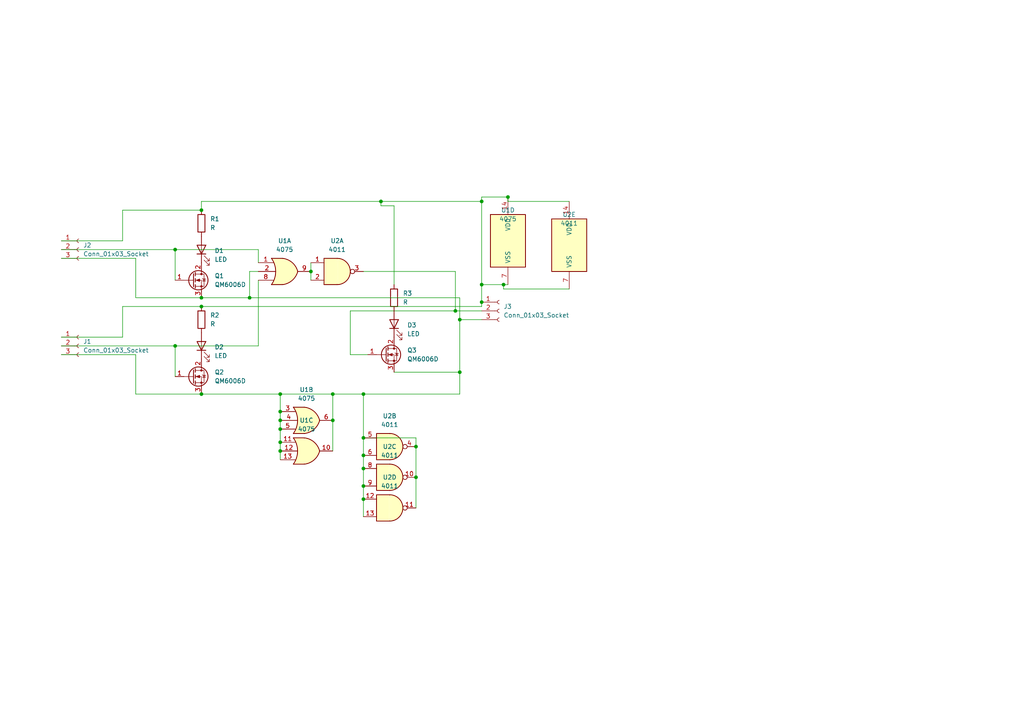
<source format=kicad_sch>
(kicad_sch (version 20250114) (generator "eeschema") (generator_version "9.0")
  (paper "A4")
  (lib_symbols
    (symbol "4xxx:4011" (pin_names (offset 1.016))
      (property "Reference" "U" (at 0 1.27 0))
      (property "Value" "4011" (at 0 -1.27 0))
      (symbol "4011_1_1"
        (arc (start 0 3.81) (mid 3.7934 0) (end 0 -3.81) (stroke (width 0.254)) (fill (type background)))
        (polyline (pts (xy 0 3.81) (xy -3.81 3.81) (xy -3.81 -3.81) (xy 0 -3.81)) (stroke (width 0.254)) (fill (type background)))
        (pin input line (at -7.62 2.54 0) (length 3.81) (name "~") (number "1"))
        (pin input line (at -7.62 -2.54 0) (length 3.81) (name "~") (number "2"))
        (pin output inverted (at 7.62 0 180) (length 3.81) (name "~") (number "3"))
      )
      (symbol "4011_1_2"
        (arc (start -3.81 3.81) (mid -2.589 0) (end -3.81 -3.81) (stroke (width 0.254)))
        (polyline (pts (xy -3.81 3.81) (xy -0.635 3.81)) (stroke (width 0.254)) (fill (type background)))
        (polyline (pts (xy -3.81 -3.81) (xy -0.635 -3.81)) (stroke (width 0.254)) (fill (type background)))
        (arc (start 3.81 0) (mid 2.1855 -2.584) (end -0.6096 -3.81) (stroke (width 0.254)) (fill (type background)))
        (arc (start -0.6096 3.81) (mid 2.1928 2.5924) (end 3.81 0) (stroke (width 0.254)) (fill (type background)))
        (polyline (pts (xy -0.635 3.81) (xy -3.81 3.81) (xy -3.81 3.81) (xy -3.556 3.4036) (xy -3.0226 2.2606) (xy -2.6924 1.0414) (xy -2.6162 -0.254) (xy -2.7686 -1.4986) (xy -3.175 -2.7178) (xy -3.81 -3.81) (xy -3.81 -3.81) (xy -0.635 -3.81)) (stroke (width -25.4)) (fill (type background)))
        (pin input inverted (at -7.62 2.54 0) (length 4.318) (name "~") (number "1"))
        (pin input inverted (at -7.62 -2.54 0) (length 4.318) (name "~") (number "2"))
        (pin output line (at 7.62 0 180) (length 3.81) (name "~") (number "3"))
      )
      (symbol "4011_2_1"
        (arc (start 0 3.81) (mid 3.7934 0) (end 0 -3.81) (stroke (width 0.254)) (fill (type background)))
        (polyline (pts (xy 0 3.81) (xy -3.81 3.81) (xy -3.81 -3.81) (xy 0 -3.81)) (stroke (width 0.254)) (fill (type background)))
        (pin input line (at -7.62 2.54 0) (length 3.81) (name "~") (number "5"))
        (pin input line (at -7.62 -2.54 0) (length 3.81) (name "~") (number "6"))
        (pin output inverted (at 7.62 0 180) (length 3.81) (name "~") (number "4"))
      )
      (symbol "4011_2_2"
        (arc (start -3.81 3.81) (mid -2.589 0) (end -3.81 -3.81) (stroke (width 0.254)))
        (polyline (pts (xy -3.81 3.81) (xy -0.635 3.81)) (stroke (width 0.254)) (fill (type background)))
        (polyline (pts (xy -3.81 -3.81) (xy -0.635 -3.81)) (stroke (width 0.254)) (fill (type background)))
        (arc (start 3.81 0) (mid 2.1855 -2.584) (end -0.6096 -3.81) (stroke (width 0.254)) (fill (type background)))
        (arc (start -0.6096 3.81) (mid 2.1928 2.5924) (end 3.81 0) (stroke (width 0.254)) (fill (type background)))
        (polyline (pts (xy -0.635 3.81) (xy -3.81 3.81) (xy -3.81 3.81) (xy -3.556 3.4036) (xy -3.0226 2.2606) (xy -2.6924 1.0414) (xy -2.6162 -0.254) (xy -2.7686 -1.4986) (xy -3.175 -2.7178) (xy -3.81 -3.81) (xy -3.81 -3.81) (xy -0.635 -3.81)) (stroke (width -25.4)) (fill (type background)))
        (pin input inverted (at -7.62 2.54 0) (length 4.318) (name "~") (number "5"))
        (pin input inverted (at -7.62 -2.54 0) (length 4.318) (name "~") (number "6"))
        (pin output line (at 7.62 0 180) (length 3.81) (name "~") (number "4"))
      )
      (symbol "4011_3_1"
        (arc (start 0 3.81) (mid 3.7934 0) (end 0 -3.81) (stroke (width 0.254)) (fill (type background)))
        (polyline (pts (xy 0 3.81) (xy -3.81 3.81) (xy -3.81 -3.81) (xy 0 -3.81)) (stroke (width 0.254)) (fill (type background)))
        (pin input line (at -7.62 2.54 0) (length 3.81) (name "~") (number "8"))
        (pin input line (at -7.62 -2.54 0) (length 3.81) (name "~") (number "9"))
        (pin output inverted (at 7.62 0 180) (length 3.81) (name "~") (number "10"))
      )
      (symbol "4011_3_2"
        (arc (start -3.81 3.81) (mid -2.589 0) (end -3.81 -3.81) (stroke (width 0.254)))
        (polyline (pts (xy -3.81 3.81) (xy -0.635 3.81)) (stroke (width 0.254)) (fill (type background)))
        (polyline (pts (xy -3.81 -3.81) (xy -0.635 -3.81)) (stroke (width 0.254)) (fill (type background)))
        (arc (start 3.81 0) (mid 2.1855 -2.584) (end -0.6096 -3.81) (stroke (width 0.254)) (fill (type background)))
        (arc (start -0.6096 3.81) (mid 2.1928 2.5924) (end 3.81 0) (stroke (width 0.254)) (fill (type background)))
        (polyline (pts (xy -0.635 3.81) (xy -3.81 3.81) (xy -3.81 3.81) (xy -3.556 3.4036) (xy -3.0226 2.2606) (xy -2.6924 1.0414) (xy -2.6162 -0.254) (xy -2.7686 -1.4986) (xy -3.175 -2.7178) (xy -3.81 -3.81) (xy -3.81 -3.81) (xy -0.635 -3.81)) (stroke (width -25.4)) (fill (type background)))
        (pin input inverted (at -7.62 2.54 0) (length 4.318) (name "~") (number "8"))
        (pin input inverted (at -7.62 -2.54 0) (length 4.318) (name "~") (number "9"))
        (pin output line (at 7.62 0 180) (length 3.81) (name "~") (number "10"))
      )
      (symbol "4011_4_1"
        (arc (start 0 3.81) (mid 3.7934 0) (end 0 -3.81) (stroke (width 0.254)) (fill (type background)))
        (polyline (pts (xy 0 3.81) (xy -3.81 3.81) (xy -3.81 -3.81) (xy 0 -3.81)) (stroke (width 0.254)) (fill (type background)))
        (pin input line (at -7.62 2.54 0) (length 3.81) (name "~") (number "12"))
        (pin input line (at -7.62 -2.54 0) (length 3.81) (name "~") (number "13"))
        (pin output inverted (at 7.62 0 180) (length 3.81) (name "~") (number "11"))
      )
      (symbol "4011_4_2"
        (arc (start -3.81 3.81) (mid -2.589 0) (end -3.81 -3.81) (stroke (width 0.254)))
        (polyline (pts (xy -3.81 3.81) (xy -0.635 3.81)) (stroke (width 0.254)) (fill (type background)))
        (polyline (pts (xy -3.81 -3.81) (xy -0.635 -3.81)) (stroke (width 0.254)) (fill (type background)))
        (arc (start 3.81 0) (mid 2.1855 -2.584) (end -0.6096 -3.81) (stroke (width 0.254)) (fill (type background)))
        (arc (start -0.6096 3.81) (mid 2.1928 2.5924) (end 3.81 0) (stroke (width 0.254)) (fill (type background)))
        (polyline (pts (xy -0.635 3.81) (xy -3.81 3.81) (xy -3.81 3.81) (xy -3.556 3.4036) (xy -3.0226 2.2606) (xy -2.6924 1.0414) (xy -2.6162 -0.254) (xy -2.7686 -1.4986) (xy -3.175 -2.7178) (xy -3.81 -3.81) (xy -3.81 -3.81) (xy -0.635 -3.81)) (stroke (width -25.4)) (fill (type background)))
        (pin input inverted (at -7.62 2.54 0) (length 4.318) (name "~") (number "12"))
        (pin input inverted (at -7.62 -2.54 0) (length 4.318) (name "~") (number "13"))
        (pin output line (at 7.62 0 180) (length 3.81) (name "~") (number "11"))
      )
      (symbol "4011_5_0"
        (pin power_in line (at 0 12.7 270) (length 5.08) (name "VDD") (number "14"))
        (pin power_in line (at 0 -12.7 90) (length 5.08) (name "VSS") (number "7"))
      )
      (symbol "4011_5_1"
        (rectangle (start -5.08 7.62) (end 5.08 -7.62) (stroke (width 0.254)) (fill (type background)))
      )
    )
    (symbol "4xxx:4075" (pin_names (offset 1.016))
      (property "Reference" "U" (at 0 1.27 0))
      (property "Value" "4075" (at 0 -1.27 0))
      (symbol "4075_1_1"
        (arc (start -3.81 3.81) (mid -2.589 0) (end -3.81 -3.81) (stroke (width 0.254)))
        (polyline (pts (xy -3.81 3.81) (xy -0.635 3.81)) (stroke (width 0.254)) (fill (type background)))
        (polyline (pts (xy -3.81 -3.81) (xy -0.635 -3.81)) (stroke (width 0.254)) (fill (type background)))
        (arc (start 3.81 0) (mid 2.1855 -2.584) (end -0.6096 -3.81) (stroke (width 0.254)) (fill (type background)))
        (arc (start -0.6096 3.81) (mid 2.1928 2.5924) (end 3.81 0) (stroke (width 0.254)) (fill (type background)))
        (polyline (pts (xy -0.635 3.81) (xy -3.81 3.81) (xy -3.81 3.81) (xy -3.556 3.4036) (xy -3.0226 2.2606) (xy -2.6924 1.0414) (xy -2.6162 -0.254) (xy -2.7686 -1.4986) (xy -3.175 -2.7178) (xy -3.81 -3.81) (xy -3.81 -3.81) (xy -0.635 -3.81)) (stroke (width -25.4)) (fill (type background)))
        (pin input line (at -7.62 2.54 0) (length 4.318) (name "~") (number "1"))
        (pin input line (at -7.62 0 0) (length 4.953) (name "~") (number "2"))
        (pin input line (at -7.62 -2.54 0) (length 4.318) (name "~") (number "8"))
        (pin output line (at 7.62 0 180) (length 3.81) (name "~") (number "9"))
      )
      (symbol "4075_1_2"
        (arc (start 0 3.81) (mid 3.7934 0) (end 0 -3.81) (stroke (width 0.254)) (fill (type background)))
        (polyline (pts (xy 0 3.81) (xy -3.81 3.81) (xy -3.81 -3.81) (xy 0 -3.81)) (stroke (width 0.254)) (fill (type background)))
        (pin input inverted (at -7.62 2.54 0) (length 3.81) (name "~") (number "1"))
        (pin input inverted (at -7.62 0 0) (length 3.81) (name "~") (number "2"))
        (pin input inverted (at -7.62 -2.54 0) (length 3.81) (name "~") (number "8"))
        (pin output inverted (at 7.62 0 180) (length 3.81) (name "~") (number "9"))
      )
      (symbol "4075_2_1"
        (arc (start -3.81 3.81) (mid -2.589 0) (end -3.81 -3.81) (stroke (width 0.254)))
        (polyline (pts (xy -3.81 3.81) (xy -0.635 3.81)) (stroke (width 0.254)) (fill (type background)))
        (polyline (pts (xy -3.81 -3.81) (xy -0.635 -3.81)) (stroke (width 0.254)) (fill (type background)))
        (arc (start 3.81 0) (mid 2.1855 -2.584) (end -0.6096 -3.81) (stroke (width 0.254)) (fill (type background)))
        (arc (start -0.6096 3.81) (mid 2.1928 2.5924) (end 3.81 0) (stroke (width 0.254)) (fill (type background)))
        (polyline (pts (xy -0.635 3.81) (xy -3.81 3.81) (xy -3.81 3.81) (xy -3.556 3.4036) (xy -3.0226 2.2606) (xy -2.6924 1.0414) (xy -2.6162 -0.254) (xy -2.7686 -1.4986) (xy -3.175 -2.7178) (xy -3.81 -3.81) (xy -3.81 -3.81) (xy -0.635 -3.81)) (stroke (width -25.4)) (fill (type background)))
        (pin input line (at -7.62 2.54 0) (length 4.318) (name "~") (number "3"))
        (pin input line (at -7.62 0 0) (length 4.953) (name "~") (number "4"))
        (pin input line (at -7.62 -2.54 0) (length 4.318) (name "~") (number "5"))
        (pin output line (at 7.62 0 180) (length 3.81) (name "~") (number "6"))
      )
      (symbol "4075_2_2"
        (arc (start 0 3.81) (mid 3.7934 0) (end 0 -3.81) (stroke (width 0.254)) (fill (type background)))
        (polyline (pts (xy 0 3.81) (xy -3.81 3.81) (xy -3.81 -3.81) (xy 0 -3.81)) (stroke (width 0.254)) (fill (type background)))
        (pin input inverted (at -7.62 2.54 0) (length 3.81) (name "~") (number "3"))
        (pin input inverted (at -7.62 0 0) (length 3.81) (name "~") (number "4"))
        (pin input inverted (at -7.62 -2.54 0) (length 3.81) (name "~") (number "5"))
        (pin output inverted (at 7.62 0 180) (length 3.81) (name "~") (number "6"))
      )
      (symbol "4075_3_1"
        (arc (start -3.81 3.81) (mid -2.589 0) (end -3.81 -3.81) (stroke (width 0.254)))
        (polyline (pts (xy -3.81 3.81) (xy -0.635 3.81)) (stroke (width 0.254)) (fill (type background)))
        (polyline (pts (xy -3.81 -3.81) (xy -0.635 -3.81)) (stroke (width 0.254)) (fill (type background)))
        (arc (start 3.81 0) (mid 2.1855 -2.584) (end -0.6096 -3.81) (stroke (width 0.254)) (fill (type background)))
        (arc (start -0.6096 3.81) (mid 2.1928 2.5924) (end 3.81 0) (stroke (width 0.254)) (fill (type background)))
        (polyline (pts (xy -0.635 3.81) (xy -3.81 3.81) (xy -3.81 3.81) (xy -3.556 3.4036) (xy -3.0226 2.2606) (xy -2.6924 1.0414) (xy -2.6162 -0.254) (xy -2.7686 -1.4986) (xy -3.175 -2.7178) (xy -3.81 -3.81) (xy -3.81 -3.81) (xy -0.635 -3.81)) (stroke (width -25.4)) (fill (type background)))
        (pin input line (at -7.62 2.54 0) (length 4.318) (name "~") (number "11"))
        (pin input line (at -7.62 0 0) (length 4.953) (name "~") (number "12"))
        (pin input line (at -7.62 -2.54 0) (length 4.318) (name "~") (number "13"))
        (pin output line (at 7.62 0 180) (length 3.81) (name "~") (number "10"))
      )
      (symbol "4075_3_2"
        (arc (start 0 3.81) (mid 3.7934 0) (end 0 -3.81) (stroke (width 0.254)) (fill (type background)))
        (polyline (pts (xy 0 3.81) (xy -3.81 3.81) (xy -3.81 -3.81) (xy 0 -3.81)) (stroke (width 0.254)) (fill (type background)))
        (pin input inverted (at -7.62 2.54 0) (length 3.81) (name "~") (number "11"))
        (pin input inverted (at -7.62 0 0) (length 3.81) (name "~") (number "12"))
        (pin input inverted (at -7.62 -2.54 0) (length 3.81) (name "~") (number "13"))
        (pin output inverted (at 7.62 0 180) (length 3.81) (name "~") (number "10"))
      )
      (symbol "4075_4_0"
        (pin power_in line (at 0 12.7 270) (length 5.08) (name "VDD") (number "14"))
        (pin power_in line (at 0 -12.7 90) (length 5.08) (name "VSS") (number "7"))
      )
      (symbol "4075_4_1"
        (rectangle (start -5.08 7.62) (end 5.08 -7.62) (stroke (width 0.254)) (fill (type background)))
      )
    )
    (symbol "Connector:Conn_01x03_Socket" (pin_names (offset 1.016) (hide yes))
      (property "Reference" "J" (at 0 5.08 0))
      (property "Value" "Conn_01x03_Socket" (at 0 -5.08 0))
      (symbol "Conn_01x03_Socket_1_1"
        (polyline (pts (xy -1.27 2.54) (xy -0.508 2.54)) (stroke (width 0.1524)))
        (polyline (pts (xy -1.27 0) (xy -0.508 0)) (stroke (width 0.1524)))
        (polyline (pts (xy -1.27 -2.54) (xy -0.508 -2.54)) (stroke (width 0.1524)))
        (arc (start 0 2.032) (mid -0.5058 2.54) (end 0 3.048) (stroke (width 0.1524)))
        (arc (start 0 -0.508) (mid -0.5058 0) (end 0 0.508) (stroke (width 0.1524)))
        (arc (start 0 -3.048) (mid -0.5058 -2.54) (end 0 -2.032) (stroke (width 0.1524)))
        (pin passive line (at -5.08 2.54 0) (length 3.81) (name "Pin_1") (number "1"))
        (pin passive line (at -5.08 0 0) (length 3.81) (name "Pin_2") (number "2"))
        (pin passive line (at -5.08 -2.54 0) (length 3.81) (name "Pin_3") (number "3"))
      )
    )
    (symbol "Device:LED" (pin_numbers (hide yes)) (pin_names (offset 1.016) (hide yes))
      (property "Reference" "D" (at 0 2.54 0))
      (property "Value" "LED" (at 0 -2.54 0))
      (symbol "LED_0_1"
        (polyline (pts (xy -3.048 -0.762) (xy -4.572 -2.286) (xy -3.81 -2.286) (xy -4.572 -2.286) (xy -4.572 -1.524)))
        (polyline (pts (xy -1.778 -0.762) (xy -3.302 -2.286) (xy -2.54 -2.286) (xy -3.302 -2.286) (xy -3.302 -1.524)))
        (polyline (pts (xy -1.27 0) (xy 1.27 0)))
        (polyline (pts (xy -1.27 -1.27) (xy -1.27 1.27)) (stroke (width 0.254)))
        (polyline (pts (xy 1.27 -1.27) (xy 1.27 1.27) (xy -1.27 0) (xy 1.27 -1.27)) (stroke (width 0.254)))
      )
      (symbol "LED_1_1"
        (pin passive line (at -3.81 0 0) (length 2.54) (name "K") (number "1"))
        (pin passive line (at 3.81 0 180) (length 2.54) (name "A") (number "2"))
      )
    )
    (symbol "Device:R" (pin_numbers (hide yes)) (pin_names (offset 0))
      (property "Reference" "R" (at 2.032 0 90))
      (property "Value" "R" (at 0 0 90))
      (symbol "R_0_1"
        (rectangle (start -1.016 -2.54) (end 1.016 2.54) (stroke (width 0.254)))
      )
      (symbol "R_1_1"
        (pin passive line (at 0 3.81 270) (length 1.27) (name "~") (number "1"))
        (pin passive line (at 0 -3.81 90) (length 1.27) (name "~") (number "2"))
      )
    )
    (symbol "Transistor_FET:QM6006D" (pin_names (hide yes))
      (property "Reference" "Q" (at 5.08 1.905 0))
      (property "Value" "QM6006D" (at 5.08 0 0))
      (symbol "QM6006D_0_1"
        (polyline (pts (xy 0.254 1.905) (xy 0.254 -1.905)) (stroke (width 0.254)))
        (polyline (pts (xy 0.254 0) (xy -2.54 0)))
        (polyline (pts (xy 0.762 2.286) (xy 0.762 1.27)) (stroke (width 0.254)))
        (polyline (pts (xy 0.762 0.508) (xy 0.762 -0.508)) (stroke (width 0.254)))
        (polyline (pts (xy 0.762 -1.27) (xy 0.762 -2.286)) (stroke (width 0.254)))
        (polyline (pts (xy 0.762 -1.778) (xy 3.302 -1.778) (xy 3.302 1.778) (xy 0.762 1.778)))
        (polyline (pts (xy 1.016 0) (xy 2.032 0.381) (xy 2.032 -0.381) (xy 1.016 0)) (fill (type outline)))
        (circle (center 1.651 0) (radius 2.794) (stroke (width 0.254)))
        (polyline (pts (xy 2.54 2.54) (xy 2.54 1.778)))
        (circle (center 2.54 1.778) (radius 0.254) (fill (type outline)))
        (circle (center 2.54 -1.778) (radius 0.254) (fill (type outline)))
        (polyline (pts (xy 2.54 -2.54) (xy 2.54 0) (xy 0.762 0)))
        (polyline (pts (xy 2.794 0.508) (xy 2.921 0.381) (xy 3.683 0.381) (xy 3.81 0.254)))
        (polyline (pts (xy 3.302 0.381) (xy 2.921 -0.254) (xy 3.683 -0.254) (xy 3.302 0.381)))
      )
      (symbol "QM6006D_1_1"
        (pin input line (at -5.08 0 0) (length 2.54) (name "G") (number "1"))
        (pin passive line (at 2.54 5.08 270) (length 2.54) (name "D") (number "2"))
        (pin passive line (at 2.54 -5.08 90) (length 2.54) (name "S") (number "3"))
      )
    )
  )
  (junction (at 105.41 144.78))
  (junction (at 147.32 57.15))
  (junction (at 81.28 128.27))
  (junction (at 81.28 119.38))
  (junction (at 139.7 82.55))
  (junction (at 146.05 82.55))
  (junction (at 105.41 127))
  (junction (at 90.17 78.74))
  (junction (at 81.28 124.46))
  (junction (at 58.42 114.3))
  (junction (at 120.65 138.43))
  (junction (at 105.41 132.08))
  (junction (at 110.49 58.42))
  (junction (at 105.41 135.89))
  (junction (at 133.35 92.71))
  (junction (at 81.28 114.3))
  (junction (at 81.28 130.81))
  (junction (at 132.08 90.17))
  (junction (at 58.42 60.96))
  (junction (at 72.39 86.36))
  (junction (at 105.41 114.3))
  (junction (at 105.41 140.97))
  (junction (at 58.42 86.36))
  (junction (at 120.65 129.54))
  (junction (at 139.7 87.63))
  (junction (at 96.52 114.3))
  (junction (at 133.35 107.95))
  (junction (at 50.8 100.33))
  (junction (at 81.28 121.92))
  (junction (at 50.8 72.39))
  (junction (at 139.7 58.42))
  (junction (at 96.52 121.92))
  (junction (at 58.42 88.9))
  (wire (pts (xy 139.7 58.42) (xy 139.7 82.55)))
  (wire (pts (xy 114.3 82.55) (xy 114.3 59.69)))
  (wire (pts (xy 58.42 86.36) (xy 72.39 86.36)))
  (wire (pts (xy 101.6 90.17) (xy 132.08 90.17)))
  (wire (pts (xy 90.17 76.2) (xy 90.17 78.74)))
  (wire (pts (xy 81.28 114.3) (xy 58.42 114.3)))
  (wire (pts (xy 35.56 60.96) (xy 35.56 69.85)))
  (wire (pts (xy 81.28 128.27) (xy 81.28 130.81)))
  (wire (pts (xy 39.37 74.93) (xy 39.37 86.36)))
  (wire (pts (xy 165.1 58.42) (xy 147.32 58.42)))
  (wire (pts (xy 146.05 83.82) (xy 146.05 82.55)))
  (wire (pts (xy 81.28 130.81) (xy 81.28 133.35)))
  (wire (pts (xy 81.28 121.92) (xy 81.28 124.46)))
  (wire (pts (xy 147.32 82.55) (xy 146.05 82.55)))
  (wire (pts (xy 17.78 102.87) (xy 39.37 102.87)))
  (wire (pts (xy 81.28 124.46) (xy 81.28 128.27)))
  (wire (pts (xy 39.37 102.87) (xy 39.37 114.3)))
  (wire (pts (xy 39.37 114.3) (xy 58.42 114.3)))
  (wire (pts (xy 17.78 97.79) (xy 35.56 97.79)))
  (wire (pts (xy 105.41 140.97) (xy 105.41 144.78)))
  (wire (pts (xy 105.41 127) (xy 105.41 132.08)))
  (wire (pts (xy 58.42 60.96) (xy 35.56 60.96)))
  (wire (pts (xy 120.65 138.43) (xy 120.65 147.32)))
  (wire (pts (xy 17.78 100.33) (xy 50.8 100.33)))
  (wire (pts (xy 105.41 114.3) (xy 105.41 127)))
  (wire (pts (xy 165.1 83.82) (xy 146.05 83.82)))
  (wire (pts (xy 139.7 90.17) (xy 132.08 90.17)))
  (wire (pts (xy 58.42 88.9) (xy 35.56 88.9)))
  (wire (pts (xy 110.49 58.42) (xy 58.42 58.42)))
  (wire (pts (xy 139.7 82.55) (xy 139.7 87.63)))
  (wire (pts (xy 81.28 119.38) (xy 81.28 121.92)))
  (wire (pts (xy 17.78 74.93) (xy 39.37 74.93)))
  (wire (pts (xy 74.93 81.28) (xy 74.93 100.33)))
  (wire (pts (xy 110.49 59.69) (xy 110.49 58.42)))
  (wire (pts (xy 105.41 78.74) (xy 132.08 78.74)))
  (wire (pts (xy 105.41 132.08) (xy 105.41 135.89)))
  (wire (pts (xy 133.35 107.95) (xy 133.35 114.3)))
  (wire (pts (xy 133.35 114.3) (xy 105.41 114.3)))
  (wire (pts (xy 120.65 127) (xy 105.41 127)))
  (wire (pts (xy 146.05 82.55) (xy 139.7 82.55)))
  (wire (pts (xy 114.3 107.95) (xy 133.35 107.95)))
  (wire (pts (xy 74.93 100.33) (xy 50.8 100.33)))
  (wire (pts (xy 120.65 129.54) (xy 120.65 127)))
  (wire (pts (xy 133.35 92.71) (xy 133.35 107.95)))
  (wire (pts (xy 96.52 121.92) (xy 96.52 130.81)))
  (wire (pts (xy 114.3 59.69) (xy 110.49 59.69)))
  (wire (pts (xy 39.37 86.36) (xy 58.42 86.36)))
  (wire (pts (xy 50.8 100.33) (xy 50.8 109.22)))
  (wire (pts (xy 17.78 69.85) (xy 35.56 69.85)))
  (wire (pts (xy 74.93 78.74) (xy 72.39 78.74)))
  (wire (pts (xy 120.65 129.54) (xy 120.65 138.43)))
  (wire (pts (xy 81.28 114.3) (xy 81.28 119.38)))
  (wire (pts (xy 139.7 57.15) (xy 139.7 58.42)))
  (wire (pts (xy 50.8 72.39) (xy 50.8 81.28)))
  (wire (pts (xy 101.6 102.87) (xy 101.6 90.17)))
  (wire (pts (xy 96.52 114.3) (xy 81.28 114.3)))
  (wire (pts (xy 72.39 78.74) (xy 72.39 86.36)))
  (wire (pts (xy 17.78 72.39) (xy 50.8 72.39)))
  (wire (pts (xy 96.52 114.3) (xy 96.52 121.92)))
  (wire (pts (xy 105.41 135.89) (xy 105.41 140.97)))
  (wire (pts (xy 58.42 58.42) (xy 58.42 60.96)))
  (wire (pts (xy 72.39 86.36) (xy 133.35 86.36)))
  (wire (pts (xy 101.6 102.87) (xy 106.68 102.87)))
  (wire (pts (xy 90.17 78.74) (xy 90.17 81.28)))
  (wire (pts (xy 110.49 58.42) (xy 139.7 58.42)))
  (wire (pts (xy 147.32 58.42) (xy 147.32 57.15)))
  (wire (pts (xy 105.41 114.3) (xy 96.52 114.3)))
  (wire (pts (xy 74.93 76.2) (xy 74.93 72.39)))
  (wire (pts (xy 58.42 88.9) (xy 139.7 88.9)))
  (wire (pts (xy 147.32 57.15) (xy 139.7 57.15)))
  (wire (pts (xy 139.7 88.9) (xy 139.7 87.63)))
  (wire (pts (xy 74.93 72.39) (xy 50.8 72.39)))
  (wire (pts (xy 132.08 90.17) (xy 132.08 78.74)))
  (wire (pts (xy 105.41 144.78) (xy 105.41 149.86)))
  (wire (pts (xy 139.7 92.71) (xy 133.35 92.71)))
  (wire (pts (xy 133.35 86.36) (xy 133.35 92.71)))
  (wire (pts (xy 35.56 88.9) (xy 35.56 97.79)))
  (symbol (lib_id "4xxx:4011") (at 113.03 138.43 0) (unit 3)
    (property "Reference" "U2" (at 113.0217 129.54 0))
    (property "Value" "4011" (at 113.0217 132.08 0))
    (property "Datasheet" "http://www.intersil.com/content/dam/Intersil/documents/cd40/cd4011bms-12bms-23bms.pdf" (effects (hide yes)))
    (property "Description" "Quad Nand 2 inputs" (effects (hide yes)))
  )
  (symbol (lib_id "Connector:Conn_01x03_Socket") (at 144.78 90.17 0) (unit 1)
    (property "Reference" "J3" (at 146.05 88.8999 0) (effects (justify left)))
    (property "Value" "Conn_01x03_Socket" (at 146.05 91.4399 0) (effects (justify left)))
    (property "Footprint" "Connector_PinSocket_2.54mm:PinSocket_1x03_P2.54mm_Horizontal" (effects (hide yes)))
    (property "Description" "Generic connector, single row, 01x03, script generated" (effects (hide yes)))
  )
  (symbol (lib_id "Transistor_FET:QM6006D") (at 111.76 102.87 0) (unit 1)
    (property "Reference" "Q3" (at 118.11 101.5999 0) (effects (justify left)))
    (property "Value" "QM6006D" (at 118.11 104.1399 0) (effects (justify left)))
    (property "Footprint" "Package_TO_SOT_SMD:TO-252-2" (effects (hide yes)))
    (property "Datasheet" "http://www.jaolen.com/images/pdf/QM6006D.pdf" (effects (hide yes)))
    (property "Description" "35A Id, 60V Vds, N-Channel Power MOSFET, 18mOhm Ron, 19.3nC Qg (typ), TO252" (effects (hide yes)))
  )
  (symbol (lib_id "4xxx:4075") (at 147.32 69.85 0) (unit 4)
    (property "Reference" "U1" (at 147.32 60.96 0))
    (property "Value" "4075" (at 147.32 63.5 0))
    (property "Datasheet" "http://www.intersil.com/content/dam/Intersil/documents/cd40/cd4071bms-72bms-75bms.pdf" (effects (hide yes)))
    (property "Description" "Triple Or 3 inputs" (effects (hide yes)))
  )
  (symbol (lib_id "4xxx:4011") (at 165.1 71.12 0) (unit 5)
    (property "Reference" "U2" (at 165.0917 62.23 0))
    (property "Value" "4011" (at 165.0917 64.77 0))
    (property "Datasheet" "http://www.intersil.com/content/dam/Intersil/documents/cd40/cd4011bms-12bms-23bms.pdf" (effects (hide yes)))
    (property "Description" "Quad Nand 2 inputs" (effects (hide yes)))
  )
  (symbol (lib_id "4xxx:4011") (at 97.79 78.74 0) (unit 1)
    (property "Reference" "U2" (at 97.7817 69.85 0))
    (property "Value" "4011" (at 97.7817 72.39 0))
    (property "Datasheet" "http://www.intersil.com/content/dam/Intersil/documents/cd40/cd4011bms-12bms-23bms.pdf" (effects (hide yes)))
    (property "Description" "Quad Nand 2 inputs" (effects (hide yes)))
  )
  (symbol (lib_id "4xxx:4075") (at 88.9 130.81 0) (unit 3)
    (property "Reference" "U1" (at 88.9 121.92 0))
    (property "Value" "4075" (at 88.9 124.46 0))
    (property "Datasheet" "http://www.intersil.com/content/dam/Intersil/documents/cd40/cd4071bms-72bms-75bms.pdf" (effects (hide yes)))
    (property "Description" "Triple Or 3 inputs" (effects (hide yes)))
  )
  (symbol (lib_id "Transistor_FET:QM6006D") (at 55.88 81.28 0) (unit 1)
    (property "Reference" "Q1" (at 62.23 80.0099 0) (effects (justify left)))
    (property "Value" "QM6006D" (at 62.23 82.5499 0) (effects (justify left)))
    (property "Footprint" "Package_TO_SOT_SMD:TO-252-2" (effects (hide yes)))
    (property "Datasheet" "http://www.jaolen.com/images/pdf/QM6006D.pdf" (effects (hide yes)))
    (property "Description" "35A Id, 60V Vds, N-Channel Power MOSFET, 18mOhm Ron, 19.3nC Qg (typ), TO252" (effects (hide yes)))
  )
  (symbol (lib_id "Transistor_FET:QM6006D") (at 55.88 109.22 0) (unit 1)
    (property "Reference" "Q2" (at 62.23 107.9499 0) (effects (justify left)))
    (property "Value" "QM6006D" (at 62.23 110.4899 0) (effects (justify left)))
    (property "Footprint" "Package_TO_SOT_SMD:TO-252-2" (effects (hide yes)))
    (property "Datasheet" "http://www.jaolen.com/images/pdf/QM6006D.pdf" (effects (hide yes)))
    (property "Description" "35A Id, 60V Vds, N-Channel Power MOSFET, 18mOhm Ron, 19.3nC Qg (typ), TO252" (effects (hide yes)))
  )
  (symbol (lib_id "Device:R") (at 58.42 92.71 0) (unit 1)
    (property "Reference" "R2" (at 60.96 91.4399 0) (effects (justify left)))
    (property "Value" "R" (at 60.96 93.9799 0) (effects (justify left)))
    (property "Footprint" "Resistor_SMD:R_1206_3216Metric" (effects (hide yes)))
    (property "Description" "Resistor" (effects (hide yes)))
  )
  (symbol (lib_id "Connector:Conn_01x03_Socket") (at 22.86 72.39 0) (unit 1)
    (property "Reference" "J2" (at 24.13 71.1199 0) (effects (justify left)))
    (property "Value" "Conn_01x03_Socket" (at 24.13 73.6599 0) (effects (justify left)))
    (property "Footprint" "Connector_PinSocket_2.54mm:PinSocket_1x03_P2.54mm_Horizontal" (effects (hide yes)))
    (property "Description" "Generic connector, single row, 01x03, script generated" (effects (hide yes)))
  )
  (symbol (lib_id "Device:LED") (at 58.42 100.33 90) (unit 1)
    (property "Reference" "D2" (at 62.23 100.6474 90) (effects (justify right)))
    (property "Value" "LED" (at 62.23 103.1874 90) (effects (justify right)))
    (property "Footprint" "LED_SMD:LED_1206_3216Metric" (effects (hide yes)))
    (property "Description" "Light emitting diode" (effects (hide yes)))
    (property "Sim.Pins" "1=K 2=A" (effects (hide yes)))
  )
  (symbol (lib_id "Device:LED") (at 114.3 93.98 90) (unit 1)
    (property "Reference" "D3" (at 118.11 94.2974 90) (effects (justify right)))
    (property "Value" "LED" (at 118.11 96.8374 90) (effects (justify right)))
    (property "Footprint" "LED_SMD:LED_1206_3216Metric" (effects (hide yes)))
    (property "Description" "Light emitting diode" (effects (hide yes)))
    (property "Sim.Pins" "1=K 2=A" (effects (hide yes)))
  )
  (symbol (lib_id "4xxx:4011") (at 113.03 129.54 0) (unit 2)
    (property "Reference" "U2" (at 113.0217 120.65 0))
    (property "Value" "4011" (at 113.0217 123.19 0))
    (property "Datasheet" "http://www.intersil.com/content/dam/Intersil/documents/cd40/cd4011bms-12bms-23bms.pdf" (effects (hide yes)))
    (property "Description" "Quad Nand 2 inputs" (effects (hide yes)))
  )
  (symbol (lib_id "Device:R") (at 58.42 64.77 0) (unit 1)
    (property "Reference" "R1" (at 60.96 63.4999 0) (effects (justify left)))
    (property "Value" "R" (at 60.96 66.0399 0) (effects (justify left)))
    (property "Footprint" "Resistor_SMD:R_1206_3216Metric" (effects (hide yes)))
    (property "Description" "Resistor" (effects (hide yes)))
  )
  (symbol (lib_id "Device:LED") (at 58.42 72.39 90) (unit 1)
    (property "Reference" "D1" (at 62.23 72.7074 90) (effects (justify right)))
    (property "Value" "LED" (at 62.23 75.2474 90) (effects (justify right)))
    (property "Footprint" "LED_SMD:LED_1206_3216Metric" (effects (hide yes)))
    (property "Description" "Light emitting diode" (effects (hide yes)))
    (property "Sim.Pins" "1=K 2=A" (effects (hide yes)))
  )
  (symbol (lib_id "4xxx:4075") (at 82.55 78.74 0) (unit 1)
    (property "Reference" "U1" (at 82.55 69.85 0))
    (property "Value" "4075" (at 82.55 72.39 0))
    (property "Datasheet" "http://www.intersil.com/content/dam/Intersil/documents/cd40/cd4071bms-72bms-75bms.pdf" (effects (hide yes)))
    (property "Description" "Triple Or 3 inputs" (effects (hide yes)))
  )
  (symbol (lib_id "4xxx:4075") (at 88.9 121.92 0) (unit 2)
    (property "Reference" "U1" (at 88.9 113.03 0))
    (property "Value" "4075" (at 88.9 115.57 0))
    (property "Datasheet" "http://www.intersil.com/content/dam/Intersil/documents/cd40/cd4071bms-72bms-75bms.pdf" (effects (hide yes)))
    (property "Description" "Triple Or 3 inputs" (effects (hide yes)))
  )
  (symbol (lib_id "Connector:Conn_01x03_Socket") (at 22.86 100.33 0) (unit 1)
    (property "Reference" "J1" (at 24.13 99.0599 0) (effects (justify left)))
    (property "Value" "Conn_01x03_Socket" (at 24.13 101.5999 0) (effects (justify left)))
    (property "Footprint" "Connector_PinSocket_2.54mm:PinSocket_1x03_P2.54mm_Horizontal" (effects (hide yes)))
    (property "Description" "Generic connector, single row, 01x03, script generated" (effects (hide yes)))
  )
  (symbol (lib_id "4xxx:4011") (at 113.03 147.32 0) (unit 4)
    (property "Reference" "U2" (at 113.0217 138.43 0))
    (property "Value" "4011" (at 113.0217 140.97 0))
    (property "Datasheet" "http://www.intersil.com/content/dam/Intersil/documents/cd40/cd4011bms-12bms-23bms.pdf" (effects (hide yes)))
    (property "Description" "Quad Nand 2 inputs" (effects (hide yes)))
  )
  (symbol (lib_id "Device:R") (at 114.3 86.36 0) (unit 1)
    (property "Reference" "R3" (at 116.84 85.0899 0) (effects (justify left)))
    (property "Value" "R" (at 116.84 87.6299 0) (effects (justify left)))
    (property "Footprint" "Resistor_SMD:R_1206_3216Metric" (effects (hide yes)))
    (property "Description" "Resistor" (effects (hide yes)))
  )
)
</source>
